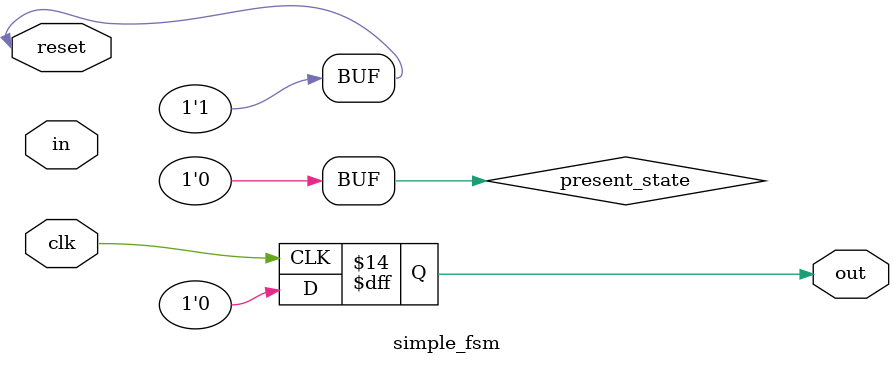
<source format=v>
module simple_fsm(clk, reset, in, out);
input clk;
input reset;
input in;
output out;
wire out;
reg present_state, next_state;
// In state 0, if in=1, stay in state 0. In state 0, if in=0, go to state 1
// In state 1, if in=1, stay in state 1. In state 1, if in=0, go to state 0
// out=1 in state 0 and out=0 in state 1
// reset=1, if reset=1, go to state 0
initial begin
    out = 1;
    next_state = 0;
    present_state = 0;
    reset = 1;
end

always @(posedge clk) begin
    if (reset == 1) begin
        next_state = 0;
    end else begin
        if (in == 1) begin
            next_state = 1;
        end else begin
            next_state = 0;
        end
    end
    out = next_state;
end

endmodule

</source>
